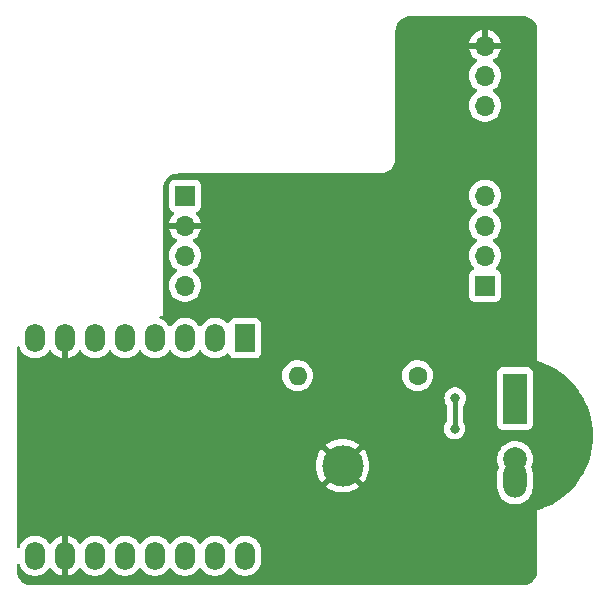
<source format=gbl>
G04 #@! TF.GenerationSoftware,KiCad,Pcbnew,8.0.2*
G04 #@! TF.CreationDate,2024-05-19T16:48:41+02:00*
G04 #@! TF.ProjectId,BulkyModem Module Audio,42756c6b-794d-46f6-9465-6d204d6f6475,rev?*
G04 #@! TF.SameCoordinates,Original*
G04 #@! TF.FileFunction,Copper,L2,Bot*
G04 #@! TF.FilePolarity,Positive*
%FSLAX46Y46*%
G04 Gerber Fmt 4.6, Leading zero omitted, Abs format (unit mm)*
G04 Created by KiCad (PCBNEW 8.0.2) date 2024-05-19 16:48:41*
%MOMM*%
%LPD*%
G01*
G04 APERTURE LIST*
G04 #@! TA.AperFunction,ComponentPad*
%ADD10C,3.500000*%
G04 #@! TD*
G04 #@! TA.AperFunction,ComponentPad*
%ADD11R,1.700000X2.400000*%
G04 #@! TD*
G04 #@! TA.AperFunction,ComponentPad*
%ADD12O,1.700000X2.400000*%
G04 #@! TD*
G04 #@! TA.AperFunction,ComponentPad*
%ADD13R,1.700000X1.700000*%
G04 #@! TD*
G04 #@! TA.AperFunction,ComponentPad*
%ADD14O,1.700000X1.700000*%
G04 #@! TD*
G04 #@! TA.AperFunction,ComponentPad*
%ADD15R,2.000000X3.000000*%
G04 #@! TD*
G04 #@! TA.AperFunction,ComponentPad*
%ADD16R,2.000000X2.000000*%
G04 #@! TD*
G04 #@! TA.AperFunction,ComponentPad*
%ADD17C,2.000000*%
G04 #@! TD*
G04 #@! TA.AperFunction,ComponentPad*
%ADD18O,2.000000X3.000000*%
G04 #@! TD*
G04 #@! TA.AperFunction,ComponentPad*
%ADD19C,1.600000*%
G04 #@! TD*
G04 #@! TA.AperFunction,ComponentPad*
%ADD20O,1.600000X1.600000*%
G04 #@! TD*
G04 #@! TA.AperFunction,ViaPad*
%ADD21C,0.800000*%
G04 #@! TD*
G04 #@! TA.AperFunction,Conductor*
%ADD22C,0.381000*%
G04 #@! TD*
G04 APERTURE END LIST*
D10*
X148710000Y-115864000D03*
D11*
X140455000Y-105069000D03*
D12*
X137915000Y-105069000D03*
X135375000Y-105069000D03*
X132835000Y-105069000D03*
X130295000Y-105069000D03*
X127755000Y-105069000D03*
X125215000Y-105069000D03*
X122675000Y-105069000D03*
X122675000Y-123484000D03*
X125215000Y-123484000D03*
X127755000Y-123484000D03*
X130295000Y-123484000D03*
X132835000Y-123484000D03*
X135375000Y-123484000D03*
X137915000Y-123484000D03*
X140455000Y-123484000D03*
D13*
X135375000Y-93004000D03*
D14*
X135375000Y-95544000D03*
X135375000Y-98084000D03*
X135375000Y-100624000D03*
X160775000Y-85384000D03*
X160775000Y-82844000D03*
X160775000Y-80304000D03*
D13*
X160775000Y-100624000D03*
D14*
X160775000Y-98084000D03*
X160775000Y-95544000D03*
X160775000Y-93004000D03*
D15*
X163315000Y-109514000D03*
D16*
X163315000Y-111324000D03*
D17*
X163315000Y-115304000D03*
D18*
X163315000Y-117114000D03*
D19*
X155060000Y-108244000D03*
D20*
X144900000Y-108244000D03*
D21*
X158235000Y-110149000D03*
X158197500Y-112726500D03*
D22*
X158235000Y-112689000D02*
X158235000Y-110149000D01*
X158197500Y-112726500D02*
X158235000Y-112689000D01*
G04 #@! TA.AperFunction,Conductor*
G36*
X163954930Y-77789888D02*
G01*
X164134797Y-77804044D01*
X164154325Y-77807137D01*
X164239627Y-77827616D01*
X164324932Y-77848095D01*
X164343734Y-77854205D01*
X164505827Y-77921346D01*
X164523444Y-77930322D01*
X164673044Y-78021997D01*
X164689040Y-78033619D01*
X164822453Y-78147566D01*
X164836433Y-78161546D01*
X164950380Y-78294959D01*
X164962002Y-78310955D01*
X165053677Y-78460555D01*
X165062653Y-78478172D01*
X165129794Y-78640265D01*
X165135904Y-78659069D01*
X165176862Y-78829674D01*
X165179955Y-78849201D01*
X165194112Y-79029069D01*
X165194500Y-79038956D01*
X165194500Y-106947232D01*
X165193968Y-106950860D01*
X165194468Y-106972861D01*
X165194500Y-106975720D01*
X165194500Y-106984562D01*
X165194758Y-106984820D01*
X165205890Y-106997558D01*
X165206310Y-106998110D01*
X165206535Y-106998297D01*
X165209437Y-106999499D01*
X165209438Y-106999500D01*
X165209439Y-106999500D01*
X165219167Y-107003530D01*
X165235614Y-107006260D01*
X165678401Y-107157473D01*
X165687237Y-107160867D01*
X165867030Y-107237804D01*
X166135336Y-107352617D01*
X166143902Y-107356670D01*
X166576318Y-107581568D01*
X166584538Y-107586245D01*
X166920960Y-107794759D01*
X166998808Y-107843009D01*
X167006668Y-107848299D01*
X167136609Y-107943062D01*
X167400471Y-108135490D01*
X167407915Y-108141360D01*
X167779005Y-108457341D01*
X167785986Y-108463755D01*
X168132262Y-108806735D01*
X168138742Y-108813654D01*
X168458260Y-109181707D01*
X168464201Y-109189095D01*
X168755133Y-109580117D01*
X168760502Y-109587930D01*
X169021220Y-109999732D01*
X169025984Y-110007922D01*
X169255009Y-110438172D01*
X169259138Y-110446686D01*
X169455157Y-110892913D01*
X169458641Y-110901730D01*
X169620562Y-111361452D01*
X169623372Y-111370506D01*
X169750262Y-111841063D01*
X169752385Y-111850302D01*
X169843545Y-112329109D01*
X169844966Y-112338482D01*
X169899866Y-112822759D01*
X169900579Y-112832212D01*
X169918914Y-113319260D01*
X169918914Y-113328740D01*
X169900579Y-113815787D01*
X169899866Y-113825240D01*
X169844966Y-114309517D01*
X169843545Y-114318890D01*
X169752385Y-114797697D01*
X169750262Y-114806936D01*
X169623372Y-115277493D01*
X169620562Y-115286547D01*
X169458641Y-115746269D01*
X169455157Y-115755086D01*
X169259138Y-116201313D01*
X169255004Y-116209837D01*
X169227902Y-116260753D01*
X169025986Y-116640073D01*
X169021220Y-116648267D01*
X168760502Y-117060069D01*
X168755133Y-117067882D01*
X168464201Y-117458904D01*
X168458260Y-117466292D01*
X168138742Y-117834345D01*
X168132262Y-117841264D01*
X167785986Y-118184244D01*
X167779005Y-118190658D01*
X167407915Y-118506639D01*
X167400471Y-118512509D01*
X167006672Y-118799697D01*
X166998808Y-118804990D01*
X166584548Y-119061748D01*
X166576308Y-119066436D01*
X166143905Y-119291327D01*
X166135336Y-119295382D01*
X165687244Y-119487129D01*
X165678395Y-119490528D01*
X165476257Y-119559558D01*
X165235616Y-119641738D01*
X165219169Y-119644469D01*
X165206545Y-119649696D01*
X165206302Y-119649899D01*
X165205883Y-119650450D01*
X165194769Y-119663167D01*
X165194501Y-119663434D01*
X165194500Y-119663438D01*
X165194500Y-119672279D01*
X165194468Y-119675136D01*
X165193967Y-119697198D01*
X165194500Y-119700822D01*
X165194500Y-124749043D01*
X165194112Y-124758930D01*
X165179955Y-124938798D01*
X165176862Y-124958325D01*
X165135904Y-125128930D01*
X165129794Y-125147734D01*
X165062653Y-125309827D01*
X165053677Y-125327444D01*
X164962002Y-125477044D01*
X164950380Y-125493040D01*
X164836433Y-125626453D01*
X164822453Y-125640433D01*
X164689040Y-125754380D01*
X164673044Y-125766002D01*
X164523444Y-125857677D01*
X164505827Y-125866653D01*
X164343734Y-125933794D01*
X164324930Y-125939904D01*
X164154325Y-125980862D01*
X164134798Y-125983955D01*
X163968770Y-125997022D01*
X163954928Y-125998112D01*
X163945044Y-125998500D01*
X122374956Y-125998500D01*
X122365071Y-125998112D01*
X122350111Y-125996934D01*
X122185201Y-125983955D01*
X122165674Y-125980862D01*
X121995069Y-125939904D01*
X121976265Y-125933794D01*
X121814172Y-125866653D01*
X121796555Y-125857677D01*
X121646955Y-125766002D01*
X121630959Y-125754380D01*
X121497546Y-125640433D01*
X121483566Y-125626453D01*
X121369619Y-125493040D01*
X121357997Y-125477044D01*
X121266322Y-125327444D01*
X121257346Y-125309827D01*
X121190205Y-125147734D01*
X121184095Y-125128930D01*
X121143137Y-124958325D01*
X121140044Y-124938797D01*
X121125888Y-124758929D01*
X121125500Y-124749043D01*
X121125500Y-124256860D01*
X121145502Y-124188739D01*
X121199158Y-124142246D01*
X121269432Y-124132142D01*
X121334012Y-124161636D01*
X121371333Y-124217924D01*
X121404999Y-124321541D01*
X121416028Y-124355483D01*
X121513106Y-124546009D01*
X121638794Y-124719004D01*
X121638796Y-124719006D01*
X121638798Y-124719009D01*
X121789990Y-124870201D01*
X121789993Y-124870203D01*
X121789996Y-124870206D01*
X121962991Y-124995894D01*
X122153517Y-125092972D01*
X122356878Y-125159047D01*
X122356879Y-125159047D01*
X122356884Y-125159049D01*
X122568084Y-125192500D01*
X122568087Y-125192500D01*
X122781913Y-125192500D01*
X122781916Y-125192500D01*
X122993116Y-125159049D01*
X123196483Y-125092972D01*
X123387009Y-124995894D01*
X123560004Y-124870206D01*
X123711206Y-124719004D01*
X123836894Y-124546009D01*
X123836902Y-124545992D01*
X123837854Y-124544441D01*
X123838377Y-124543967D01*
X123839804Y-124542004D01*
X123840216Y-124542303D01*
X123890497Y-124496804D01*
X123960537Y-124485189D01*
X124025738Y-124513285D01*
X124050484Y-124541843D01*
X124050624Y-124541742D01*
X124051801Y-124543362D01*
X124052729Y-124544433D01*
X124053535Y-124545749D01*
X124179177Y-124718679D01*
X124330320Y-124869822D01*
X124503249Y-124995463D01*
X124693707Y-125092506D01*
X124693713Y-125092509D01*
X124896998Y-125158560D01*
X124961000Y-125168696D01*
X124961000Y-123914702D01*
X125022007Y-123949925D01*
X125149174Y-123984000D01*
X125280826Y-123984000D01*
X125407993Y-123949925D01*
X125469000Y-123914702D01*
X125469000Y-125168696D01*
X125533001Y-125158560D01*
X125736286Y-125092509D01*
X125736292Y-125092506D01*
X125926750Y-124995463D01*
X126099679Y-124869822D01*
X126250822Y-124718679D01*
X126376460Y-124545754D01*
X126377261Y-124544448D01*
X126377695Y-124544054D01*
X126379376Y-124541742D01*
X126379861Y-124542094D01*
X126429900Y-124496807D01*
X126499940Y-124485188D01*
X126565142Y-124513280D01*
X126590097Y-124542075D01*
X126590196Y-124542004D01*
X126591025Y-124543145D01*
X126592136Y-124544427D01*
X126593103Y-124546006D01*
X126668518Y-124649806D01*
X126718794Y-124719004D01*
X126718796Y-124719006D01*
X126718798Y-124719009D01*
X126869990Y-124870201D01*
X126869993Y-124870203D01*
X126869996Y-124870206D01*
X127042991Y-124995894D01*
X127233517Y-125092972D01*
X127436878Y-125159047D01*
X127436879Y-125159047D01*
X127436884Y-125159049D01*
X127648084Y-125192500D01*
X127648087Y-125192500D01*
X127861913Y-125192500D01*
X127861916Y-125192500D01*
X128073116Y-125159049D01*
X128276483Y-125092972D01*
X128467009Y-124995894D01*
X128640004Y-124870206D01*
X128791206Y-124719004D01*
X128916894Y-124546009D01*
X128916899Y-124545997D01*
X128917561Y-124544920D01*
X128917924Y-124544591D01*
X128919804Y-124542004D01*
X128920347Y-124542398D01*
X128970204Y-124497283D01*
X129040244Y-124485670D01*
X129105445Y-124513766D01*
X129130021Y-124542130D01*
X129130196Y-124542004D01*
X129131668Y-124544030D01*
X129132439Y-124544920D01*
X129133104Y-124546006D01*
X129133106Y-124546009D01*
X129258794Y-124719004D01*
X129258796Y-124719006D01*
X129258798Y-124719009D01*
X129409990Y-124870201D01*
X129409993Y-124870203D01*
X129409996Y-124870206D01*
X129582991Y-124995894D01*
X129773517Y-125092972D01*
X129976878Y-125159047D01*
X129976879Y-125159047D01*
X129976884Y-125159049D01*
X130188084Y-125192500D01*
X130188087Y-125192500D01*
X130401913Y-125192500D01*
X130401916Y-125192500D01*
X130613116Y-125159049D01*
X130816483Y-125092972D01*
X131007009Y-124995894D01*
X131180004Y-124870206D01*
X131331206Y-124719004D01*
X131456894Y-124546009D01*
X131456899Y-124545997D01*
X131457561Y-124544920D01*
X131457924Y-124544591D01*
X131459804Y-124542004D01*
X131460347Y-124542398D01*
X131510204Y-124497283D01*
X131580244Y-124485670D01*
X131645445Y-124513766D01*
X131670021Y-124542130D01*
X131670196Y-124542004D01*
X131671668Y-124544030D01*
X131672439Y-124544920D01*
X131673104Y-124546006D01*
X131673106Y-124546009D01*
X131798794Y-124719004D01*
X131798796Y-124719006D01*
X131798798Y-124719009D01*
X131949990Y-124870201D01*
X131949993Y-124870203D01*
X131949996Y-124870206D01*
X132122991Y-124995894D01*
X132313517Y-125092972D01*
X132516878Y-125159047D01*
X132516879Y-125159047D01*
X132516884Y-125159049D01*
X132728084Y-125192500D01*
X132728087Y-125192500D01*
X132941913Y-125192500D01*
X132941916Y-125192500D01*
X133153116Y-125159049D01*
X133356483Y-125092972D01*
X133547009Y-124995894D01*
X133720004Y-124870206D01*
X133871206Y-124719004D01*
X133996894Y-124546009D01*
X133996899Y-124545997D01*
X133997561Y-124544920D01*
X133997924Y-124544591D01*
X133999804Y-124542004D01*
X134000347Y-124542398D01*
X134050204Y-124497283D01*
X134120244Y-124485670D01*
X134185445Y-124513766D01*
X134210021Y-124542130D01*
X134210196Y-124542004D01*
X134211668Y-124544030D01*
X134212439Y-124544920D01*
X134213104Y-124546006D01*
X134213106Y-124546009D01*
X134338794Y-124719004D01*
X134338796Y-124719006D01*
X134338798Y-124719009D01*
X134489990Y-124870201D01*
X134489993Y-124870203D01*
X134489996Y-124870206D01*
X134662991Y-124995894D01*
X134853517Y-125092972D01*
X135056878Y-125159047D01*
X135056879Y-125159047D01*
X135056884Y-125159049D01*
X135268084Y-125192500D01*
X135268087Y-125192500D01*
X135481913Y-125192500D01*
X135481916Y-125192500D01*
X135693116Y-125159049D01*
X135896483Y-125092972D01*
X136087009Y-124995894D01*
X136260004Y-124870206D01*
X136411206Y-124719004D01*
X136536894Y-124546009D01*
X136536899Y-124545997D01*
X136537561Y-124544920D01*
X136537924Y-124544591D01*
X136539804Y-124542004D01*
X136540347Y-124542398D01*
X136590204Y-124497283D01*
X136660244Y-124485670D01*
X136725445Y-124513766D01*
X136750021Y-124542130D01*
X136750196Y-124542004D01*
X136751668Y-124544030D01*
X136752439Y-124544920D01*
X136753104Y-124546006D01*
X136753106Y-124546009D01*
X136878794Y-124719004D01*
X136878796Y-124719006D01*
X136878798Y-124719009D01*
X137029990Y-124870201D01*
X137029993Y-124870203D01*
X137029996Y-124870206D01*
X137202991Y-124995894D01*
X137393517Y-125092972D01*
X137596878Y-125159047D01*
X137596879Y-125159047D01*
X137596884Y-125159049D01*
X137808084Y-125192500D01*
X137808087Y-125192500D01*
X138021913Y-125192500D01*
X138021916Y-125192500D01*
X138233116Y-125159049D01*
X138436483Y-125092972D01*
X138627009Y-124995894D01*
X138800004Y-124870206D01*
X138951206Y-124719004D01*
X139076894Y-124546009D01*
X139076899Y-124545997D01*
X139077561Y-124544920D01*
X139077924Y-124544591D01*
X139079804Y-124542004D01*
X139080347Y-124542398D01*
X139130204Y-124497283D01*
X139200244Y-124485670D01*
X139265445Y-124513766D01*
X139290021Y-124542130D01*
X139290196Y-124542004D01*
X139291668Y-124544030D01*
X139292439Y-124544920D01*
X139293104Y-124546006D01*
X139293106Y-124546009D01*
X139418794Y-124719004D01*
X139418796Y-124719006D01*
X139418798Y-124719009D01*
X139569990Y-124870201D01*
X139569993Y-124870203D01*
X139569996Y-124870206D01*
X139742991Y-124995894D01*
X139933517Y-125092972D01*
X140136878Y-125159047D01*
X140136879Y-125159047D01*
X140136884Y-125159049D01*
X140348084Y-125192500D01*
X140348087Y-125192500D01*
X140561913Y-125192500D01*
X140561916Y-125192500D01*
X140773116Y-125159049D01*
X140976483Y-125092972D01*
X141167009Y-124995894D01*
X141340004Y-124870206D01*
X141491206Y-124719004D01*
X141616894Y-124546009D01*
X141713972Y-124355483D01*
X141780049Y-124152116D01*
X141813500Y-123940916D01*
X141813500Y-123027084D01*
X141780049Y-122815884D01*
X141713972Y-122612517D01*
X141616894Y-122421991D01*
X141491206Y-122248996D01*
X141491203Y-122248993D01*
X141491201Y-122248990D01*
X141340009Y-122097798D01*
X141340006Y-122097796D01*
X141340004Y-122097794D01*
X141167009Y-121972106D01*
X140976483Y-121875028D01*
X140976480Y-121875027D01*
X140976478Y-121875026D01*
X140773120Y-121808952D01*
X140773123Y-121808952D01*
X140712195Y-121799302D01*
X140561916Y-121775500D01*
X140348084Y-121775500D01*
X140136884Y-121808951D01*
X140136878Y-121808952D01*
X139933521Y-121875026D01*
X139933515Y-121875029D01*
X139742987Y-121972108D01*
X139569993Y-122097796D01*
X139569990Y-122097798D01*
X139418798Y-122248990D01*
X139418796Y-122248993D01*
X139293108Y-122421987D01*
X139292434Y-122423088D01*
X139292068Y-122423418D01*
X139290196Y-122425996D01*
X139289654Y-122425602D01*
X139239787Y-122470721D01*
X139169745Y-122482328D01*
X139104547Y-122454226D01*
X139079976Y-122425870D01*
X139079804Y-122425996D01*
X139078341Y-122423982D01*
X139077566Y-122423088D01*
X139076896Y-122421996D01*
X139076894Y-122421991D01*
X138951206Y-122248996D01*
X138951203Y-122248993D01*
X138951201Y-122248990D01*
X138800009Y-122097798D01*
X138800006Y-122097796D01*
X138800004Y-122097794D01*
X138627009Y-121972106D01*
X138436483Y-121875028D01*
X138436480Y-121875027D01*
X138436478Y-121875026D01*
X138233120Y-121808952D01*
X138233123Y-121808952D01*
X138172195Y-121799302D01*
X138021916Y-121775500D01*
X137808084Y-121775500D01*
X137596884Y-121808951D01*
X137596878Y-121808952D01*
X137393521Y-121875026D01*
X137393515Y-121875029D01*
X137202987Y-121972108D01*
X137029993Y-122097796D01*
X137029990Y-122097798D01*
X136878798Y-122248990D01*
X136878796Y-122248993D01*
X136753108Y-122421987D01*
X136752434Y-122423088D01*
X136752068Y-122423418D01*
X136750196Y-122425996D01*
X136749654Y-122425602D01*
X136699787Y-122470721D01*
X136629745Y-122482328D01*
X136564547Y-122454226D01*
X136539976Y-122425870D01*
X136539804Y-122425996D01*
X136538341Y-122423982D01*
X136537566Y-122423088D01*
X136536896Y-122421996D01*
X136536894Y-122421991D01*
X136411206Y-122248996D01*
X136411203Y-122248993D01*
X136411201Y-122248990D01*
X136260009Y-122097798D01*
X136260006Y-122097796D01*
X136260004Y-122097794D01*
X136087009Y-121972106D01*
X135896483Y-121875028D01*
X135896480Y-121875027D01*
X135896478Y-121875026D01*
X135693120Y-121808952D01*
X135693123Y-121808952D01*
X135632195Y-121799302D01*
X135481916Y-121775500D01*
X135268084Y-121775500D01*
X135056884Y-121808951D01*
X135056878Y-121808952D01*
X134853521Y-121875026D01*
X134853515Y-121875029D01*
X134662987Y-121972108D01*
X134489993Y-122097796D01*
X134489990Y-122097798D01*
X134338798Y-122248990D01*
X134338796Y-122248993D01*
X134213108Y-122421987D01*
X134212434Y-122423088D01*
X134212068Y-122423418D01*
X134210196Y-122425996D01*
X134209654Y-122425602D01*
X134159787Y-122470721D01*
X134089745Y-122482328D01*
X134024547Y-122454226D01*
X133999976Y-122425870D01*
X133999804Y-122425996D01*
X133998341Y-122423982D01*
X133997566Y-122423088D01*
X133996896Y-122421996D01*
X133996894Y-122421991D01*
X133871206Y-122248996D01*
X133871203Y-122248993D01*
X133871201Y-122248990D01*
X133720009Y-122097798D01*
X133720006Y-122097796D01*
X133720004Y-122097794D01*
X133547009Y-121972106D01*
X133356483Y-121875028D01*
X133356480Y-121875027D01*
X133356478Y-121875026D01*
X133153120Y-121808952D01*
X133153123Y-121808952D01*
X133092195Y-121799302D01*
X132941916Y-121775500D01*
X132728084Y-121775500D01*
X132516884Y-121808951D01*
X132516878Y-121808952D01*
X132313521Y-121875026D01*
X132313515Y-121875029D01*
X132122987Y-121972108D01*
X131949993Y-122097796D01*
X131949990Y-122097798D01*
X131798798Y-122248990D01*
X131798796Y-122248993D01*
X131673108Y-122421987D01*
X131672434Y-122423088D01*
X131672068Y-122423418D01*
X131670196Y-122425996D01*
X131669654Y-122425602D01*
X131619787Y-122470721D01*
X131549745Y-122482328D01*
X131484547Y-122454226D01*
X131459976Y-122425870D01*
X131459804Y-122425996D01*
X131458341Y-122423982D01*
X131457566Y-122423088D01*
X131456896Y-122421996D01*
X131456894Y-122421991D01*
X131331206Y-122248996D01*
X131331203Y-122248993D01*
X131331201Y-122248990D01*
X131180009Y-122097798D01*
X131180006Y-122097796D01*
X131180004Y-122097794D01*
X131007009Y-121972106D01*
X130816483Y-121875028D01*
X130816480Y-121875027D01*
X130816478Y-121875026D01*
X130613120Y-121808952D01*
X130613123Y-121808952D01*
X130552195Y-121799302D01*
X130401916Y-121775500D01*
X130188084Y-121775500D01*
X129976884Y-121808951D01*
X129976878Y-121808952D01*
X129773521Y-121875026D01*
X129773515Y-121875029D01*
X129582987Y-121972108D01*
X129409993Y-122097796D01*
X129409990Y-122097798D01*
X129258798Y-122248990D01*
X129258796Y-122248993D01*
X129133108Y-122421987D01*
X129132434Y-122423088D01*
X129132068Y-122423418D01*
X129130196Y-122425996D01*
X129129654Y-122425602D01*
X129079787Y-122470721D01*
X129009745Y-122482328D01*
X128944547Y-122454226D01*
X128919976Y-122425870D01*
X128919804Y-122425996D01*
X128918341Y-122423982D01*
X128917566Y-122423088D01*
X128916896Y-122421996D01*
X128916894Y-122421991D01*
X128791206Y-122248996D01*
X128791203Y-122248993D01*
X128791201Y-122248990D01*
X128640009Y-122097798D01*
X128640006Y-122097796D01*
X128640004Y-122097794D01*
X128467009Y-121972106D01*
X128276483Y-121875028D01*
X128276480Y-121875027D01*
X128276478Y-121875026D01*
X128073120Y-121808952D01*
X128073123Y-121808952D01*
X128012195Y-121799302D01*
X127861916Y-121775500D01*
X127648084Y-121775500D01*
X127436884Y-121808951D01*
X127436878Y-121808952D01*
X127233521Y-121875026D01*
X127233515Y-121875029D01*
X127042987Y-121972108D01*
X126869993Y-122097796D01*
X126869990Y-122097798D01*
X126718798Y-122248990D01*
X126718796Y-122248993D01*
X126593100Y-122421998D01*
X126592131Y-122423580D01*
X126591606Y-122424054D01*
X126590196Y-122425996D01*
X126589787Y-122425699D01*
X126539479Y-122471206D01*
X126469437Y-122482807D01*
X126404242Y-122454697D01*
X126379515Y-122426156D01*
X126379376Y-122426258D01*
X126378194Y-122424631D01*
X126377266Y-122423560D01*
X126376460Y-122422244D01*
X126250822Y-122249320D01*
X126099679Y-122098177D01*
X125926750Y-121972536D01*
X125736292Y-121875493D01*
X125736286Y-121875490D01*
X125533004Y-121809440D01*
X125469000Y-121799302D01*
X125469000Y-123053297D01*
X125407993Y-123018075D01*
X125280826Y-122984000D01*
X125149174Y-122984000D01*
X125022007Y-123018075D01*
X124961000Y-123053297D01*
X124961000Y-121799302D01*
X124896995Y-121809440D01*
X124693713Y-121875490D01*
X124693707Y-121875493D01*
X124503249Y-121972536D01*
X124330320Y-122098177D01*
X124179177Y-122249320D01*
X124053532Y-122422255D01*
X124052724Y-122423574D01*
X124052286Y-122423969D01*
X124050624Y-122426258D01*
X124050143Y-122425908D01*
X124000075Y-122471203D01*
X123930033Y-122482807D01*
X123864836Y-122454702D01*
X123839901Y-122425924D01*
X123839804Y-122425996D01*
X123838975Y-122424855D01*
X123837859Y-122423567D01*
X123836899Y-122422001D01*
X123836894Y-122421991D01*
X123711206Y-122248996D01*
X123711203Y-122248993D01*
X123711201Y-122248990D01*
X123560009Y-122097798D01*
X123560006Y-122097796D01*
X123560004Y-122097794D01*
X123387009Y-121972106D01*
X123196483Y-121875028D01*
X123196480Y-121875027D01*
X123196478Y-121875026D01*
X122993120Y-121808952D01*
X122993123Y-121808952D01*
X122932195Y-121799302D01*
X122781916Y-121775500D01*
X122568084Y-121775500D01*
X122356884Y-121808951D01*
X122356878Y-121808952D01*
X122153521Y-121875026D01*
X122153515Y-121875029D01*
X121962987Y-121972108D01*
X121789993Y-122097796D01*
X121789990Y-122097798D01*
X121638798Y-122248990D01*
X121638796Y-122248993D01*
X121513108Y-122421987D01*
X121416029Y-122612515D01*
X121416026Y-122612521D01*
X121371333Y-122750075D01*
X121331260Y-122808681D01*
X121265863Y-122836318D01*
X121195906Y-122824211D01*
X121143600Y-122776205D01*
X121125500Y-122711139D01*
X121125500Y-115863996D01*
X146447155Y-115863996D01*
X146447155Y-115864003D01*
X146466513Y-116159356D01*
X146466515Y-116159370D01*
X146524260Y-116449665D01*
X146524262Y-116449675D01*
X146619401Y-116729945D01*
X146619407Y-116729959D01*
X146750317Y-116995420D01*
X146914763Y-117241532D01*
X146914766Y-117241536D01*
X146942092Y-117272695D01*
X146942094Y-117272695D01*
X147467777Y-116747011D01*
X147547558Y-116856820D01*
X147717180Y-117026442D01*
X147826986Y-117106221D01*
X147301303Y-117631904D01*
X147301303Y-117631906D01*
X147332463Y-117659233D01*
X147332467Y-117659236D01*
X147578579Y-117823682D01*
X147844040Y-117954592D01*
X147844054Y-117954598D01*
X148124324Y-118049737D01*
X148124334Y-118049739D01*
X148414629Y-118107484D01*
X148414643Y-118107486D01*
X148709997Y-118126845D01*
X148710003Y-118126845D01*
X149005356Y-118107486D01*
X149005370Y-118107484D01*
X149295665Y-118049739D01*
X149295675Y-118049737D01*
X149575945Y-117954598D01*
X149575959Y-117954592D01*
X149841420Y-117823682D01*
X150087531Y-117659236D01*
X150118695Y-117631906D01*
X150118695Y-117631904D01*
X149593012Y-117106221D01*
X149702820Y-117026442D01*
X149872442Y-116856820D01*
X149952221Y-116747012D01*
X150477904Y-117272695D01*
X150477906Y-117272695D01*
X150505236Y-117241531D01*
X150669682Y-116995420D01*
X150800592Y-116729959D01*
X150800598Y-116729945D01*
X150895737Y-116449675D01*
X150895739Y-116449665D01*
X150953484Y-116159370D01*
X150953486Y-116159356D01*
X150972845Y-115864003D01*
X150972845Y-115863996D01*
X150953486Y-115568643D01*
X150953484Y-115568629D01*
X150900844Y-115304000D01*
X161801835Y-115304000D01*
X161820465Y-115540711D01*
X161869285Y-115744059D01*
X161875895Y-115771593D01*
X161875895Y-115771595D01*
X161932273Y-115907705D01*
X161939862Y-115978295D01*
X161928132Y-116013122D01*
X161917019Y-116034932D01*
X161843645Y-116260753D01*
X161843644Y-116260758D01*
X161843644Y-116260759D01*
X161806500Y-116495278D01*
X161806500Y-117732722D01*
X161841641Y-117954592D01*
X161843645Y-117967246D01*
X161917016Y-118193058D01*
X161917018Y-118193063D01*
X162024815Y-118404627D01*
X162164380Y-118596722D01*
X162164382Y-118596724D01*
X162164384Y-118596727D01*
X162332272Y-118764615D01*
X162332275Y-118764617D01*
X162332278Y-118764620D01*
X162524373Y-118904185D01*
X162735937Y-119011982D01*
X162961759Y-119085356D01*
X163196278Y-119122500D01*
X163196281Y-119122500D01*
X163433719Y-119122500D01*
X163433722Y-119122500D01*
X163668241Y-119085356D01*
X163894063Y-119011982D01*
X164105627Y-118904185D01*
X164297722Y-118764620D01*
X164465620Y-118596722D01*
X164605185Y-118404627D01*
X164712982Y-118193063D01*
X164786356Y-117967241D01*
X164823500Y-117732722D01*
X164823500Y-116495278D01*
X164786356Y-116260759D01*
X164712982Y-116034937D01*
X164701867Y-116013122D01*
X164688763Y-115943351D01*
X164697725Y-115907705D01*
X164754105Y-115771594D01*
X164809535Y-115540711D01*
X164828165Y-115304000D01*
X164809535Y-115067289D01*
X164754105Y-114836406D01*
X164663240Y-114617037D01*
X164539176Y-114414584D01*
X164507525Y-114377525D01*
X164384969Y-114234030D01*
X164204419Y-114079826D01*
X164204417Y-114079825D01*
X164204416Y-114079824D01*
X164001963Y-113955760D01*
X163782594Y-113864895D01*
X163782592Y-113864894D01*
X163597775Y-113820524D01*
X163551711Y-113809465D01*
X163315000Y-113790835D01*
X163078289Y-113809465D01*
X162847407Y-113864894D01*
X162628038Y-113955759D01*
X162425582Y-114079825D01*
X162425580Y-114079826D01*
X162245030Y-114234030D01*
X162090826Y-114414580D01*
X162090825Y-114414582D01*
X161966759Y-114617038D01*
X161875894Y-114836407D01*
X161837090Y-114998040D01*
X161820465Y-115067289D01*
X161801835Y-115304000D01*
X150900844Y-115304000D01*
X150895739Y-115278334D01*
X150895737Y-115278324D01*
X150800598Y-114998054D01*
X150800592Y-114998040D01*
X150669682Y-114732580D01*
X150505236Y-114486467D01*
X150505233Y-114486463D01*
X150477906Y-114455303D01*
X150477904Y-114455303D01*
X149952220Y-114980986D01*
X149872442Y-114871180D01*
X149702820Y-114701558D01*
X149593011Y-114621777D01*
X150118695Y-114096094D01*
X150118695Y-114096092D01*
X150087536Y-114068766D01*
X150087532Y-114068763D01*
X149841420Y-113904317D01*
X149575959Y-113773407D01*
X149575945Y-113773401D01*
X149295675Y-113678262D01*
X149295665Y-113678260D01*
X149005370Y-113620515D01*
X149005356Y-113620513D01*
X148710003Y-113601155D01*
X148709997Y-113601155D01*
X148414643Y-113620513D01*
X148414629Y-113620515D01*
X148124334Y-113678260D01*
X148124324Y-113678262D01*
X147844054Y-113773401D01*
X147844040Y-113773407D01*
X147578580Y-113904317D01*
X147332465Y-114068765D01*
X147301303Y-114096092D01*
X147301303Y-114096094D01*
X147826987Y-114621778D01*
X147717180Y-114701558D01*
X147547558Y-114871180D01*
X147467778Y-114980987D01*
X146942094Y-114455303D01*
X146942092Y-114455303D01*
X146914765Y-114486465D01*
X146750317Y-114732580D01*
X146619407Y-114998040D01*
X146619401Y-114998054D01*
X146524262Y-115278324D01*
X146524260Y-115278334D01*
X146466515Y-115568629D01*
X146466513Y-115568643D01*
X146447155Y-115863996D01*
X121125500Y-115863996D01*
X121125500Y-112726500D01*
X157283996Y-112726500D01*
X157303957Y-112916427D01*
X157334026Y-113008970D01*
X157362973Y-113098056D01*
X157362976Y-113098061D01*
X157458458Y-113263441D01*
X157458465Y-113263451D01*
X157586244Y-113405364D01*
X157586247Y-113405366D01*
X157740748Y-113517618D01*
X157915212Y-113595294D01*
X158102013Y-113635000D01*
X158292987Y-113635000D01*
X158479788Y-113595294D01*
X158654252Y-113517618D01*
X158808753Y-113405366D01*
X158808755Y-113405364D01*
X158936534Y-113263451D01*
X158936535Y-113263449D01*
X158936540Y-113263444D01*
X159032027Y-113098056D01*
X159091042Y-112916428D01*
X159111004Y-112726500D01*
X159091042Y-112536572D01*
X159032027Y-112354944D01*
X158998073Y-112296134D01*
X158950881Y-112214394D01*
X158934000Y-112151394D01*
X158934000Y-110778779D01*
X158954002Y-110710658D01*
X158966362Y-110694470D01*
X158974040Y-110685944D01*
X159069527Y-110520556D01*
X159128542Y-110338928D01*
X159148504Y-110149000D01*
X159128542Y-109959072D01*
X159069527Y-109777444D01*
X158974040Y-109612056D01*
X158974038Y-109612054D01*
X158974034Y-109612048D01*
X158846255Y-109470135D01*
X158691752Y-109357882D01*
X158517288Y-109280206D01*
X158330487Y-109240500D01*
X158139513Y-109240500D01*
X157952711Y-109280206D01*
X157778247Y-109357882D01*
X157623744Y-109470135D01*
X157495965Y-109612048D01*
X157495958Y-109612058D01*
X157400476Y-109777438D01*
X157400473Y-109777445D01*
X157341457Y-109959072D01*
X157321496Y-110149000D01*
X157341457Y-110338927D01*
X157371526Y-110431470D01*
X157400473Y-110520556D01*
X157400476Y-110520561D01*
X157495958Y-110685942D01*
X157495960Y-110685944D01*
X157503634Y-110694467D01*
X157534353Y-110758473D01*
X157536000Y-110778779D01*
X157536000Y-112055072D01*
X157515998Y-112123193D01*
X157503636Y-112139382D01*
X157458465Y-112189548D01*
X157458458Y-112189558D01*
X157362976Y-112354938D01*
X157362973Y-112354945D01*
X157303957Y-112536572D01*
X157283996Y-112726500D01*
X121125500Y-112726500D01*
X121125500Y-108244000D01*
X143586502Y-108244000D01*
X143606457Y-108472087D01*
X143665716Y-108693243D01*
X143762477Y-108900749D01*
X143893802Y-109088300D01*
X144055700Y-109250198D01*
X144243251Y-109381523D01*
X144450757Y-109478284D01*
X144671913Y-109537543D01*
X144900000Y-109557498D01*
X145128087Y-109537543D01*
X145349243Y-109478284D01*
X145556749Y-109381523D01*
X145744300Y-109250198D01*
X145906198Y-109088300D01*
X146037523Y-108900749D01*
X146134284Y-108693243D01*
X146193543Y-108472087D01*
X146213498Y-108244000D01*
X153746502Y-108244000D01*
X153766457Y-108472087D01*
X153825716Y-108693243D01*
X153922477Y-108900749D01*
X154053802Y-109088300D01*
X154215700Y-109250198D01*
X154403251Y-109381523D01*
X154610757Y-109478284D01*
X154831913Y-109537543D01*
X155060000Y-109557498D01*
X155288087Y-109537543D01*
X155509243Y-109478284D01*
X155716749Y-109381523D01*
X155904300Y-109250198D01*
X156066198Y-109088300D01*
X156197523Y-108900749D01*
X156294284Y-108693243D01*
X156353543Y-108472087D01*
X156373498Y-108244000D01*
X156353543Y-108015913D01*
X156339995Y-107965350D01*
X161806500Y-107965350D01*
X161806500Y-112372649D01*
X161813009Y-112433196D01*
X161813011Y-112433204D01*
X161864110Y-112570202D01*
X161864112Y-112570207D01*
X161951738Y-112687261D01*
X162068792Y-112774887D01*
X162068794Y-112774888D01*
X162068796Y-112774889D01*
X162127875Y-112796924D01*
X162205795Y-112825988D01*
X162205803Y-112825990D01*
X162266350Y-112832499D01*
X162266355Y-112832499D01*
X162266362Y-112832500D01*
X162266368Y-112832500D01*
X164363632Y-112832500D01*
X164363638Y-112832500D01*
X164363645Y-112832499D01*
X164363649Y-112832499D01*
X164424196Y-112825990D01*
X164424199Y-112825989D01*
X164424201Y-112825989D01*
X164561204Y-112774889D01*
X164678261Y-112687261D01*
X164765889Y-112570204D01*
X164816989Y-112433201D01*
X164823500Y-112372638D01*
X164823500Y-110275362D01*
X164823500Y-107965362D01*
X164821103Y-107943062D01*
X164816990Y-107904803D01*
X164816988Y-107904795D01*
X164775945Y-107794757D01*
X164765889Y-107767796D01*
X164765888Y-107767794D01*
X164765887Y-107767792D01*
X164678261Y-107650738D01*
X164561207Y-107563112D01*
X164561202Y-107563110D01*
X164424204Y-107512011D01*
X164424196Y-107512009D01*
X164363649Y-107505500D01*
X164363638Y-107505500D01*
X162266362Y-107505500D01*
X162266350Y-107505500D01*
X162205803Y-107512009D01*
X162205795Y-107512011D01*
X162068797Y-107563110D01*
X162068792Y-107563112D01*
X161951738Y-107650738D01*
X161864112Y-107767792D01*
X161864110Y-107767797D01*
X161813011Y-107904795D01*
X161813009Y-107904803D01*
X161806500Y-107965350D01*
X156339995Y-107965350D01*
X156294284Y-107794757D01*
X156197523Y-107587251D01*
X156066198Y-107399700D01*
X155904300Y-107237802D01*
X155716749Y-107106477D01*
X155509246Y-107009717D01*
X155509240Y-107009715D01*
X155346224Y-106966035D01*
X155288087Y-106950457D01*
X155060000Y-106930502D01*
X154831913Y-106950457D01*
X154610759Y-107009715D01*
X154610753Y-107009717D01*
X154403250Y-107106477D01*
X154215703Y-107237799D01*
X154215697Y-107237804D01*
X154053804Y-107399697D01*
X154053799Y-107399703D01*
X153922477Y-107587250D01*
X153825717Y-107794753D01*
X153825715Y-107794759D01*
X153780005Y-107965350D01*
X153766457Y-108015913D01*
X153746502Y-108244000D01*
X146213498Y-108244000D01*
X146193543Y-108015913D01*
X146134284Y-107794757D01*
X146037523Y-107587251D01*
X145906198Y-107399700D01*
X145744300Y-107237802D01*
X145556749Y-107106477D01*
X145349246Y-107009717D01*
X145349240Y-107009715D01*
X145186224Y-106966035D01*
X145128087Y-106950457D01*
X144900000Y-106930502D01*
X144671913Y-106950457D01*
X144450759Y-107009715D01*
X144450753Y-107009717D01*
X144243250Y-107106477D01*
X144055703Y-107237799D01*
X144055697Y-107237804D01*
X143893804Y-107399697D01*
X143893799Y-107399703D01*
X143762477Y-107587250D01*
X143665717Y-107794753D01*
X143665715Y-107794759D01*
X143620005Y-107965350D01*
X143606457Y-108015913D01*
X143586502Y-108244000D01*
X121125500Y-108244000D01*
X121125500Y-105841860D01*
X121145502Y-105773739D01*
X121199158Y-105727246D01*
X121269432Y-105717142D01*
X121334012Y-105746636D01*
X121371333Y-105802924D01*
X121404999Y-105906541D01*
X121416028Y-105940483D01*
X121513106Y-106131009D01*
X121638794Y-106304004D01*
X121638796Y-106304006D01*
X121638798Y-106304009D01*
X121789990Y-106455201D01*
X121789993Y-106455203D01*
X121789996Y-106455206D01*
X121962991Y-106580894D01*
X122153517Y-106677972D01*
X122356878Y-106744047D01*
X122356879Y-106744047D01*
X122356884Y-106744049D01*
X122568084Y-106777500D01*
X122568087Y-106777500D01*
X122781913Y-106777500D01*
X122781916Y-106777500D01*
X122993116Y-106744049D01*
X123196483Y-106677972D01*
X123387009Y-106580894D01*
X123560004Y-106455206D01*
X123711206Y-106304004D01*
X123836894Y-106131009D01*
X123836902Y-106130992D01*
X123837854Y-106129441D01*
X123838377Y-106128967D01*
X123839804Y-106127004D01*
X123840216Y-106127303D01*
X123890497Y-106081804D01*
X123960537Y-106070189D01*
X124025738Y-106098285D01*
X124050484Y-106126843D01*
X124050624Y-106126742D01*
X124051801Y-106128362D01*
X124052729Y-106129433D01*
X124053535Y-106130749D01*
X124179177Y-106303679D01*
X124330320Y-106454822D01*
X124503249Y-106580463D01*
X124693707Y-106677506D01*
X124693713Y-106677509D01*
X124896998Y-106743560D01*
X124961000Y-106753696D01*
X124961000Y-105499702D01*
X125022007Y-105534925D01*
X125149174Y-105569000D01*
X125280826Y-105569000D01*
X125407993Y-105534925D01*
X125469000Y-105499702D01*
X125469000Y-106753696D01*
X125533001Y-106743560D01*
X125736286Y-106677509D01*
X125736292Y-106677506D01*
X125926750Y-106580463D01*
X126099679Y-106454822D01*
X126250822Y-106303679D01*
X126376460Y-106130754D01*
X126377261Y-106129448D01*
X126377695Y-106129054D01*
X126379376Y-106126742D01*
X126379861Y-106127094D01*
X126429900Y-106081807D01*
X126499940Y-106070188D01*
X126565142Y-106098280D01*
X126590097Y-106127075D01*
X126590196Y-106127004D01*
X126591025Y-106128145D01*
X126592136Y-106129427D01*
X126593103Y-106131006D01*
X126668518Y-106234806D01*
X126718794Y-106304004D01*
X126718796Y-106304006D01*
X126718798Y-106304009D01*
X126869990Y-106455201D01*
X126869993Y-106455203D01*
X126869996Y-106455206D01*
X127042991Y-106580894D01*
X127233517Y-106677972D01*
X127436878Y-106744047D01*
X127436879Y-106744047D01*
X127436884Y-106744049D01*
X127648084Y-106777500D01*
X127648087Y-106777500D01*
X127861913Y-106777500D01*
X127861916Y-106777500D01*
X128073116Y-106744049D01*
X128276483Y-106677972D01*
X128467009Y-106580894D01*
X128640004Y-106455206D01*
X128791206Y-106304004D01*
X128916894Y-106131009D01*
X128916899Y-106130997D01*
X128917561Y-106129920D01*
X128917924Y-106129591D01*
X128919804Y-106127004D01*
X128920347Y-106127398D01*
X128970204Y-106082283D01*
X129040244Y-106070670D01*
X129105445Y-106098766D01*
X129130021Y-106127130D01*
X129130196Y-106127004D01*
X129131668Y-106129030D01*
X129132439Y-106129920D01*
X129133104Y-106131006D01*
X129133106Y-106131009D01*
X129258794Y-106304004D01*
X129258796Y-106304006D01*
X129258798Y-106304009D01*
X129409990Y-106455201D01*
X129409993Y-106455203D01*
X129409996Y-106455206D01*
X129582991Y-106580894D01*
X129773517Y-106677972D01*
X129976878Y-106744047D01*
X129976879Y-106744047D01*
X129976884Y-106744049D01*
X130188084Y-106777500D01*
X130188087Y-106777500D01*
X130401913Y-106777500D01*
X130401916Y-106777500D01*
X130613116Y-106744049D01*
X130816483Y-106677972D01*
X131007009Y-106580894D01*
X131180004Y-106455206D01*
X131331206Y-106304004D01*
X131456894Y-106131009D01*
X131456899Y-106130997D01*
X131457561Y-106129920D01*
X131457924Y-106129591D01*
X131459804Y-106127004D01*
X131460347Y-106127398D01*
X131510204Y-106082283D01*
X131580244Y-106070670D01*
X131645445Y-106098766D01*
X131670021Y-106127130D01*
X131670196Y-106127004D01*
X131671668Y-106129030D01*
X131672439Y-106129920D01*
X131673104Y-106131006D01*
X131673106Y-106131009D01*
X131798794Y-106304004D01*
X131798796Y-106304006D01*
X131798798Y-106304009D01*
X131949990Y-106455201D01*
X131949993Y-106455203D01*
X131949996Y-106455206D01*
X132122991Y-106580894D01*
X132313517Y-106677972D01*
X132516878Y-106744047D01*
X132516879Y-106744047D01*
X132516884Y-106744049D01*
X132728084Y-106777500D01*
X132728087Y-106777500D01*
X132941913Y-106777500D01*
X132941916Y-106777500D01*
X133153116Y-106744049D01*
X133356483Y-106677972D01*
X133547009Y-106580894D01*
X133720004Y-106455206D01*
X133871206Y-106304004D01*
X133996894Y-106131009D01*
X133996899Y-106130997D01*
X133997561Y-106129920D01*
X133997924Y-106129591D01*
X133999804Y-106127004D01*
X134000347Y-106127398D01*
X134050204Y-106082283D01*
X134120244Y-106070670D01*
X134185445Y-106098766D01*
X134210021Y-106127130D01*
X134210196Y-106127004D01*
X134211668Y-106129030D01*
X134212439Y-106129920D01*
X134213104Y-106131006D01*
X134213106Y-106131009D01*
X134338794Y-106304004D01*
X134338796Y-106304006D01*
X134338798Y-106304009D01*
X134489990Y-106455201D01*
X134489993Y-106455203D01*
X134489996Y-106455206D01*
X134662991Y-106580894D01*
X134853517Y-106677972D01*
X135056878Y-106744047D01*
X135056879Y-106744047D01*
X135056884Y-106744049D01*
X135268084Y-106777500D01*
X135268087Y-106777500D01*
X135481913Y-106777500D01*
X135481916Y-106777500D01*
X135693116Y-106744049D01*
X135896483Y-106677972D01*
X136087009Y-106580894D01*
X136260004Y-106455206D01*
X136411206Y-106304004D01*
X136536894Y-106131009D01*
X136536899Y-106130997D01*
X136537561Y-106129920D01*
X136537924Y-106129591D01*
X136539804Y-106127004D01*
X136540347Y-106127398D01*
X136590204Y-106082283D01*
X136660244Y-106070670D01*
X136725445Y-106098766D01*
X136750021Y-106127130D01*
X136750196Y-106127004D01*
X136751668Y-106129030D01*
X136752439Y-106129920D01*
X136753104Y-106131006D01*
X136753106Y-106131009D01*
X136878794Y-106304004D01*
X136878796Y-106304006D01*
X136878798Y-106304009D01*
X137029990Y-106455201D01*
X137029993Y-106455203D01*
X137029996Y-106455206D01*
X137202991Y-106580894D01*
X137393517Y-106677972D01*
X137596878Y-106744047D01*
X137596879Y-106744047D01*
X137596884Y-106744049D01*
X137808084Y-106777500D01*
X137808087Y-106777500D01*
X138021913Y-106777500D01*
X138021916Y-106777500D01*
X138233116Y-106744049D01*
X138436483Y-106677972D01*
X138627009Y-106580894D01*
X138800004Y-106455206D01*
X138902982Y-106352227D01*
X138965292Y-106318204D01*
X139036108Y-106323268D01*
X139092944Y-106365815D01*
X139110131Y-106397291D01*
X139154110Y-106515203D01*
X139154112Y-106515207D01*
X139241738Y-106632261D01*
X139358792Y-106719887D01*
X139358794Y-106719888D01*
X139358796Y-106719889D01*
X139417875Y-106741924D01*
X139495795Y-106770988D01*
X139495803Y-106770990D01*
X139556350Y-106777499D01*
X139556355Y-106777499D01*
X139556362Y-106777500D01*
X139556368Y-106777500D01*
X141353632Y-106777500D01*
X141353638Y-106777500D01*
X141353645Y-106777499D01*
X141353649Y-106777499D01*
X141414196Y-106770990D01*
X141414199Y-106770989D01*
X141414201Y-106770989D01*
X141551204Y-106719889D01*
X141607199Y-106677972D01*
X141668261Y-106632261D01*
X141755887Y-106515207D01*
X141755887Y-106515206D01*
X141755889Y-106515204D01*
X141806989Y-106378201D01*
X141809782Y-106352229D01*
X141813499Y-106317649D01*
X141813500Y-106317632D01*
X141813500Y-103820367D01*
X141813499Y-103820350D01*
X141806990Y-103759803D01*
X141806988Y-103759795D01*
X141755889Y-103622797D01*
X141755887Y-103622792D01*
X141668261Y-103505738D01*
X141551207Y-103418112D01*
X141551202Y-103418110D01*
X141414204Y-103367011D01*
X141414196Y-103367009D01*
X141353649Y-103360500D01*
X141353638Y-103360500D01*
X139556362Y-103360500D01*
X139556350Y-103360500D01*
X139495803Y-103367009D01*
X139495795Y-103367011D01*
X139358797Y-103418110D01*
X139358792Y-103418112D01*
X139241738Y-103505738D01*
X139154112Y-103622792D01*
X139154110Y-103622797D01*
X139110131Y-103740708D01*
X139067584Y-103797544D01*
X139001064Y-103822354D01*
X138931690Y-103807262D01*
X138902981Y-103785770D01*
X138800009Y-103682798D01*
X138800006Y-103682796D01*
X138800004Y-103682794D01*
X138627009Y-103557106D01*
X138436483Y-103460028D01*
X138436480Y-103460027D01*
X138436478Y-103460026D01*
X138233120Y-103393952D01*
X138233123Y-103393952D01*
X138193801Y-103387724D01*
X138021916Y-103360500D01*
X137808084Y-103360500D01*
X137596884Y-103393951D01*
X137596878Y-103393952D01*
X137393521Y-103460026D01*
X137393515Y-103460029D01*
X137202987Y-103557108D01*
X137029993Y-103682796D01*
X137029990Y-103682798D01*
X136878798Y-103833990D01*
X136878796Y-103833993D01*
X136753108Y-104006987D01*
X136752434Y-104008088D01*
X136752068Y-104008418D01*
X136750196Y-104010996D01*
X136749654Y-104010602D01*
X136699787Y-104055721D01*
X136629745Y-104067328D01*
X136564547Y-104039226D01*
X136539976Y-104010870D01*
X136539804Y-104010996D01*
X136538341Y-104008982D01*
X136537566Y-104008088D01*
X136536896Y-104006996D01*
X136536894Y-104006991D01*
X136411206Y-103833996D01*
X136411203Y-103833993D01*
X136411201Y-103833990D01*
X136260009Y-103682798D01*
X136260006Y-103682796D01*
X136260004Y-103682794D01*
X136087009Y-103557106D01*
X135896483Y-103460028D01*
X135896480Y-103460027D01*
X135896478Y-103460026D01*
X135693120Y-103393952D01*
X135693123Y-103393952D01*
X135653801Y-103387724D01*
X135481916Y-103360500D01*
X135268084Y-103360500D01*
X135056884Y-103393951D01*
X135056878Y-103393952D01*
X134853521Y-103460026D01*
X134853515Y-103460029D01*
X134662987Y-103557108D01*
X134489993Y-103682796D01*
X134489990Y-103682798D01*
X134338798Y-103833990D01*
X134338796Y-103833993D01*
X134213108Y-104006987D01*
X134212434Y-104008088D01*
X134212068Y-104008418D01*
X134210196Y-104010996D01*
X134209654Y-104010602D01*
X134159787Y-104055721D01*
X134089745Y-104067328D01*
X134024547Y-104039226D01*
X133999976Y-104010870D01*
X133999804Y-104010996D01*
X133998341Y-104008982D01*
X133997566Y-104008088D01*
X133996896Y-104006996D01*
X133996894Y-104006991D01*
X133871206Y-103833996D01*
X133871203Y-103833993D01*
X133871201Y-103833990D01*
X133720009Y-103682798D01*
X133720006Y-103682796D01*
X133720004Y-103682794D01*
X133547009Y-103557106D01*
X133356483Y-103460028D01*
X133356480Y-103460027D01*
X133356478Y-103460026D01*
X133304046Y-103442990D01*
X133280477Y-103435332D01*
X133221872Y-103395260D01*
X133194235Y-103329863D01*
X133206342Y-103259906D01*
X133254348Y-103207600D01*
X133319414Y-103189500D01*
X133480562Y-103189500D01*
X133495500Y-103174562D01*
X133495500Y-98084000D01*
X134011844Y-98084000D01*
X134030437Y-98308375D01*
X134085702Y-98526612D01*
X134085703Y-98526613D01*
X134176141Y-98732793D01*
X134299275Y-98921265D01*
X134299279Y-98921270D01*
X134451762Y-99086908D01*
X134506331Y-99129381D01*
X134629424Y-99225189D01*
X134662680Y-99243186D01*
X134713071Y-99293200D01*
X134728423Y-99362516D01*
X134703862Y-99429129D01*
X134662680Y-99464813D01*
X134629426Y-99482810D01*
X134629424Y-99482811D01*
X134451762Y-99621091D01*
X134299279Y-99786729D01*
X134299275Y-99786734D01*
X134176141Y-99975206D01*
X134085703Y-100181386D01*
X134085702Y-100181387D01*
X134030437Y-100399624D01*
X134011844Y-100624000D01*
X134030437Y-100848375D01*
X134085702Y-101066612D01*
X134085703Y-101066613D01*
X134176141Y-101272793D01*
X134299275Y-101461265D01*
X134299279Y-101461270D01*
X134451762Y-101626908D01*
X134506331Y-101669381D01*
X134629424Y-101765189D01*
X134827426Y-101872342D01*
X134827427Y-101872342D01*
X134827428Y-101872343D01*
X134939227Y-101910723D01*
X135040365Y-101945444D01*
X135262431Y-101982500D01*
X135262435Y-101982500D01*
X135487565Y-101982500D01*
X135487569Y-101982500D01*
X135709635Y-101945444D01*
X135922574Y-101872342D01*
X136120576Y-101765189D01*
X136298240Y-101626906D01*
X136450722Y-101461268D01*
X136573860Y-101272791D01*
X136664296Y-101066616D01*
X136719564Y-100848368D01*
X136738156Y-100624000D01*
X136719564Y-100399632D01*
X136664296Y-100181384D01*
X136573860Y-99975209D01*
X136567140Y-99964924D01*
X136450724Y-99786734D01*
X136450720Y-99786729D01*
X136298237Y-99621091D01*
X136178367Y-99527792D01*
X136120576Y-99482811D01*
X136087319Y-99464813D01*
X136036929Y-99414802D01*
X136021576Y-99345485D01*
X136046136Y-99278872D01*
X136087320Y-99243186D01*
X136120576Y-99225189D01*
X136298240Y-99086906D01*
X136450722Y-98921268D01*
X136573860Y-98732791D01*
X136664296Y-98526616D01*
X136719564Y-98308368D01*
X136738156Y-98084000D01*
X136719564Y-97859632D01*
X136664296Y-97641384D01*
X136573860Y-97435209D01*
X136567140Y-97424924D01*
X136450724Y-97246734D01*
X136450720Y-97246729D01*
X136298237Y-97081091D01*
X136216382Y-97017381D01*
X136120576Y-96942811D01*
X136086792Y-96924528D01*
X136036402Y-96874516D01*
X136021050Y-96805199D01*
X136045610Y-96738586D01*
X136086793Y-96702901D01*
X136120300Y-96684767D01*
X136120301Y-96684767D01*
X136297902Y-96546534D01*
X136450325Y-96380958D01*
X136573419Y-96192548D01*
X136663820Y-95986456D01*
X136663823Y-95986449D01*
X136711544Y-95798000D01*
X135805703Y-95798000D01*
X135840925Y-95736993D01*
X135875000Y-95609826D01*
X135875000Y-95478174D01*
X135840925Y-95351007D01*
X135805703Y-95290000D01*
X136711544Y-95290000D01*
X136711544Y-95289999D01*
X136663823Y-95101550D01*
X136663820Y-95101543D01*
X136573419Y-94895451D01*
X136450325Y-94707041D01*
X136307018Y-94551367D01*
X136275598Y-94487702D01*
X136283585Y-94417156D01*
X136328444Y-94362127D01*
X136355679Y-94347977D01*
X136471204Y-94304889D01*
X136588261Y-94217261D01*
X136675889Y-94100204D01*
X136726989Y-93963201D01*
X136733500Y-93902638D01*
X136733500Y-93004000D01*
X159411844Y-93004000D01*
X159430437Y-93228375D01*
X159485702Y-93446612D01*
X159485703Y-93446613D01*
X159576141Y-93652793D01*
X159699275Y-93841265D01*
X159699279Y-93841270D01*
X159851762Y-94006908D01*
X159906331Y-94049381D01*
X160029424Y-94145189D01*
X160062680Y-94163186D01*
X160113071Y-94213200D01*
X160128423Y-94282516D01*
X160103862Y-94349129D01*
X160062680Y-94384813D01*
X160029426Y-94402810D01*
X160029424Y-94402811D01*
X159851762Y-94541091D01*
X159699279Y-94706729D01*
X159699275Y-94706734D01*
X159576141Y-94895206D01*
X159485703Y-95101386D01*
X159485702Y-95101387D01*
X159430437Y-95319624D01*
X159430436Y-95319630D01*
X159430436Y-95319632D01*
X159411844Y-95544000D01*
X159427836Y-95736993D01*
X159430437Y-95768375D01*
X159485702Y-95986612D01*
X159485703Y-95986613D01*
X159485704Y-95986616D01*
X159576140Y-96192791D01*
X159576141Y-96192793D01*
X159699275Y-96381265D01*
X159699279Y-96381270D01*
X159851762Y-96546908D01*
X159906331Y-96589381D01*
X160029424Y-96685189D01*
X160062153Y-96702901D01*
X160062680Y-96703186D01*
X160113071Y-96753200D01*
X160128423Y-96822516D01*
X160103862Y-96889129D01*
X160062680Y-96924813D01*
X160029426Y-96942810D01*
X160029424Y-96942811D01*
X159851762Y-97081091D01*
X159699279Y-97246729D01*
X159699275Y-97246734D01*
X159576141Y-97435206D01*
X159485703Y-97641386D01*
X159485702Y-97641387D01*
X159430437Y-97859624D01*
X159411844Y-98084000D01*
X159430437Y-98308375D01*
X159485702Y-98526612D01*
X159485703Y-98526613D01*
X159576141Y-98732793D01*
X159699275Y-98921265D01*
X159699280Y-98921270D01*
X159842475Y-99076820D01*
X159873896Y-99140485D01*
X159865909Y-99211031D01*
X159821051Y-99266060D01*
X159793807Y-99280213D01*
X159678797Y-99323110D01*
X159678792Y-99323112D01*
X159561738Y-99410738D01*
X159474112Y-99527792D01*
X159474110Y-99527797D01*
X159423011Y-99664795D01*
X159423009Y-99664803D01*
X159416500Y-99725350D01*
X159416500Y-101522649D01*
X159423009Y-101583196D01*
X159423011Y-101583204D01*
X159474110Y-101720202D01*
X159474112Y-101720207D01*
X159561738Y-101837261D01*
X159678792Y-101924887D01*
X159678794Y-101924888D01*
X159678796Y-101924889D01*
X159733900Y-101945442D01*
X159815795Y-101975988D01*
X159815803Y-101975990D01*
X159876350Y-101982499D01*
X159876355Y-101982499D01*
X159876362Y-101982500D01*
X159876368Y-101982500D01*
X161673632Y-101982500D01*
X161673638Y-101982500D01*
X161673645Y-101982499D01*
X161673649Y-101982499D01*
X161734196Y-101975990D01*
X161734199Y-101975989D01*
X161734201Y-101975989D01*
X161871204Y-101924889D01*
X161941399Y-101872342D01*
X161988261Y-101837261D01*
X162075887Y-101720207D01*
X162075887Y-101720206D01*
X162075889Y-101720204D01*
X162126989Y-101583201D01*
X162133500Y-101522638D01*
X162133500Y-99725362D01*
X162133499Y-99725350D01*
X162126990Y-99664803D01*
X162126988Y-99664795D01*
X162075889Y-99527797D01*
X162075887Y-99527792D01*
X161988261Y-99410738D01*
X161871207Y-99323112D01*
X161871203Y-99323110D01*
X161756192Y-99280213D01*
X161699356Y-99237667D01*
X161674546Y-99171146D01*
X161689638Y-99101772D01*
X161707525Y-99076820D01*
X161850714Y-98921277D01*
X161850724Y-98921265D01*
X161857441Y-98910983D01*
X161973860Y-98732791D01*
X162064296Y-98526616D01*
X162119564Y-98308368D01*
X162138156Y-98084000D01*
X162119564Y-97859632D01*
X162064296Y-97641384D01*
X161973860Y-97435209D01*
X161967140Y-97424924D01*
X161850724Y-97246734D01*
X161850720Y-97246729D01*
X161698237Y-97081091D01*
X161616382Y-97017381D01*
X161520576Y-96942811D01*
X161487319Y-96924813D01*
X161436929Y-96874802D01*
X161421576Y-96805485D01*
X161446136Y-96738872D01*
X161487320Y-96703186D01*
X161487847Y-96702901D01*
X161520576Y-96685189D01*
X161698240Y-96546906D01*
X161850722Y-96381268D01*
X161973860Y-96192791D01*
X162064296Y-95986616D01*
X162119564Y-95768368D01*
X162138156Y-95544000D01*
X162119564Y-95319632D01*
X162064338Y-95101550D01*
X162064297Y-95101387D01*
X162064296Y-95101386D01*
X162064296Y-95101384D01*
X161973860Y-94895209D01*
X161967140Y-94884924D01*
X161850724Y-94706734D01*
X161850720Y-94706729D01*
X161698237Y-94541091D01*
X161590251Y-94457042D01*
X161520576Y-94402811D01*
X161487319Y-94384813D01*
X161436929Y-94334802D01*
X161421576Y-94265485D01*
X161446136Y-94198872D01*
X161487320Y-94163186D01*
X161520576Y-94145189D01*
X161698240Y-94006906D01*
X161850722Y-93841268D01*
X161973860Y-93652791D01*
X162064296Y-93446616D01*
X162119564Y-93228368D01*
X162138156Y-93004000D01*
X162119564Y-92779632D01*
X162064296Y-92561384D01*
X161973860Y-92355209D01*
X161855678Y-92174317D01*
X161850724Y-92166734D01*
X161850720Y-92166729D01*
X161698237Y-92001091D01*
X161578367Y-91907792D01*
X161520576Y-91862811D01*
X161322574Y-91755658D01*
X161322572Y-91755657D01*
X161322571Y-91755656D01*
X161109639Y-91682557D01*
X161109630Y-91682555D01*
X161065476Y-91675187D01*
X160887569Y-91645500D01*
X160662431Y-91645500D01*
X160514211Y-91670233D01*
X160440369Y-91682555D01*
X160440360Y-91682557D01*
X160227428Y-91755656D01*
X160227426Y-91755658D01*
X160029426Y-91862810D01*
X160029424Y-91862811D01*
X159851762Y-92001091D01*
X159699279Y-92166729D01*
X159699275Y-92166734D01*
X159576141Y-92355206D01*
X159485703Y-92561386D01*
X159485702Y-92561387D01*
X159430437Y-92779624D01*
X159411844Y-93004000D01*
X136733500Y-93004000D01*
X136733500Y-92105362D01*
X136733499Y-92105350D01*
X136726990Y-92044803D01*
X136726988Y-92044795D01*
X136675889Y-91907797D01*
X136675887Y-91907792D01*
X136588261Y-91790738D01*
X136471207Y-91703112D01*
X136471202Y-91703110D01*
X136334204Y-91652011D01*
X136334196Y-91652009D01*
X136273649Y-91645500D01*
X136273638Y-91645500D01*
X134476362Y-91645500D01*
X134476350Y-91645500D01*
X134415803Y-91652009D01*
X134415795Y-91652011D01*
X134278797Y-91703110D01*
X134278792Y-91703112D01*
X134161738Y-91790738D01*
X134074112Y-91907792D01*
X134074110Y-91907797D01*
X134023011Y-92044795D01*
X134023009Y-92044803D01*
X134016500Y-92105350D01*
X134016500Y-93902649D01*
X134023009Y-93963196D01*
X134023011Y-93963204D01*
X134074110Y-94100202D01*
X134074112Y-94100207D01*
X134161738Y-94217261D01*
X134278792Y-94304887D01*
X134278796Y-94304889D01*
X134394312Y-94347975D01*
X134451148Y-94390522D01*
X134475958Y-94457042D01*
X134460866Y-94526416D01*
X134442981Y-94551367D01*
X134299674Y-94707041D01*
X134176580Y-94895451D01*
X134086179Y-95101543D01*
X134086176Y-95101550D01*
X134038455Y-95289999D01*
X134038456Y-95290000D01*
X134944297Y-95290000D01*
X134909075Y-95351007D01*
X134875000Y-95478174D01*
X134875000Y-95609826D01*
X134909075Y-95736993D01*
X134944297Y-95798000D01*
X134038455Y-95798000D01*
X134086176Y-95986449D01*
X134086179Y-95986456D01*
X134176580Y-96192548D01*
X134299674Y-96380958D01*
X134452097Y-96546534D01*
X134629698Y-96684767D01*
X134629704Y-96684771D01*
X134663207Y-96702902D01*
X134713597Y-96752915D01*
X134728949Y-96822232D01*
X134704388Y-96888845D01*
X134663207Y-96924528D01*
X134629430Y-96942807D01*
X134629424Y-96942811D01*
X134451762Y-97081091D01*
X134299279Y-97246729D01*
X134299275Y-97246734D01*
X134176141Y-97435206D01*
X134085703Y-97641386D01*
X134085702Y-97641387D01*
X134030437Y-97859624D01*
X134011844Y-98084000D01*
X133495500Y-98084000D01*
X133495500Y-92373956D01*
X133495888Y-92364070D01*
X133510044Y-92184202D01*
X133513137Y-92164674D01*
X133527375Y-92105367D01*
X133554096Y-91994064D01*
X133560205Y-91975265D01*
X133627348Y-91813166D01*
X133636319Y-91795560D01*
X133727999Y-91645951D01*
X133739615Y-91629963D01*
X133853567Y-91496544D01*
X133867546Y-91482566D01*
X133986641Y-91380848D01*
X134000963Y-91368615D01*
X134016951Y-91356999D01*
X134166560Y-91265319D01*
X134184166Y-91256348D01*
X134346269Y-91189203D01*
X134365064Y-91183096D01*
X134535674Y-91142136D01*
X134555202Y-91139044D01*
X134735070Y-91124888D01*
X134744956Y-91124500D01*
X151986955Y-91124500D01*
X151986958Y-91124500D01*
X152188364Y-91092601D01*
X152382299Y-91029587D01*
X152563990Y-90937011D01*
X152728962Y-90817152D01*
X152873152Y-90672962D01*
X152993011Y-90507990D01*
X153085587Y-90326299D01*
X153148601Y-90132364D01*
X153180500Y-89930958D01*
X153180500Y-89829000D01*
X153180500Y-89820715D01*
X153180500Y-82844000D01*
X159411844Y-82844000D01*
X159430437Y-83068375D01*
X159485702Y-83286612D01*
X159485703Y-83286613D01*
X159576141Y-83492793D01*
X159699275Y-83681265D01*
X159699279Y-83681270D01*
X159851762Y-83846908D01*
X159906331Y-83889381D01*
X160029424Y-83985189D01*
X160062680Y-84003186D01*
X160113071Y-84053200D01*
X160128423Y-84122516D01*
X160103862Y-84189129D01*
X160062680Y-84224813D01*
X160029426Y-84242810D01*
X160029424Y-84242811D01*
X159851762Y-84381091D01*
X159699279Y-84546729D01*
X159699275Y-84546734D01*
X159576141Y-84735206D01*
X159485703Y-84941386D01*
X159485702Y-84941387D01*
X159430437Y-85159624D01*
X159411844Y-85384000D01*
X159430437Y-85608375D01*
X159485702Y-85826612D01*
X159485703Y-85826613D01*
X159576141Y-86032793D01*
X159699275Y-86221265D01*
X159699279Y-86221270D01*
X159851762Y-86386908D01*
X159906331Y-86429381D01*
X160029424Y-86525189D01*
X160227426Y-86632342D01*
X160227427Y-86632342D01*
X160227428Y-86632343D01*
X160339227Y-86670723D01*
X160440365Y-86705444D01*
X160662431Y-86742500D01*
X160662435Y-86742500D01*
X160887565Y-86742500D01*
X160887569Y-86742500D01*
X161109635Y-86705444D01*
X161322574Y-86632342D01*
X161520576Y-86525189D01*
X161698240Y-86386906D01*
X161850722Y-86221268D01*
X161973860Y-86032791D01*
X162064296Y-85826616D01*
X162119564Y-85608368D01*
X162138156Y-85384000D01*
X162119564Y-85159632D01*
X162064296Y-84941384D01*
X161973860Y-84735209D01*
X161967140Y-84724924D01*
X161850724Y-84546734D01*
X161850720Y-84546729D01*
X161698237Y-84381091D01*
X161616382Y-84317381D01*
X161520576Y-84242811D01*
X161487319Y-84224813D01*
X161436929Y-84174802D01*
X161421576Y-84105485D01*
X161446136Y-84038872D01*
X161487320Y-84003186D01*
X161520576Y-83985189D01*
X161698240Y-83846906D01*
X161850722Y-83681268D01*
X161973860Y-83492791D01*
X162064296Y-83286616D01*
X162119564Y-83068368D01*
X162138156Y-82844000D01*
X162119564Y-82619632D01*
X162064296Y-82401384D01*
X161973860Y-82195209D01*
X161967140Y-82184924D01*
X161850724Y-82006734D01*
X161850720Y-82006729D01*
X161698237Y-81841091D01*
X161616382Y-81777381D01*
X161520576Y-81702811D01*
X161486792Y-81684528D01*
X161436402Y-81634516D01*
X161421050Y-81565199D01*
X161445610Y-81498586D01*
X161486793Y-81462901D01*
X161520300Y-81444767D01*
X161520301Y-81444767D01*
X161697902Y-81306534D01*
X161850325Y-81140958D01*
X161973419Y-80952548D01*
X162063820Y-80746456D01*
X162063823Y-80746449D01*
X162111544Y-80558000D01*
X161205703Y-80558000D01*
X161240925Y-80496993D01*
X161275000Y-80369826D01*
X161275000Y-80238174D01*
X161240925Y-80111007D01*
X161205703Y-80050000D01*
X162111544Y-80050000D01*
X162111544Y-80049999D01*
X162063823Y-79861550D01*
X162063820Y-79861543D01*
X161973419Y-79655451D01*
X161850325Y-79467041D01*
X161697902Y-79301465D01*
X161520301Y-79163232D01*
X161520300Y-79163231D01*
X161322371Y-79056117D01*
X161322369Y-79056116D01*
X161109512Y-78983043D01*
X161109501Y-78983040D01*
X161029000Y-78969606D01*
X161029000Y-79873297D01*
X160967993Y-79838075D01*
X160840826Y-79804000D01*
X160709174Y-79804000D01*
X160582007Y-79838075D01*
X160521000Y-79873297D01*
X160521000Y-78969607D01*
X160520999Y-78969606D01*
X160440498Y-78983040D01*
X160440487Y-78983043D01*
X160227630Y-79056116D01*
X160227628Y-79056117D01*
X160029699Y-79163231D01*
X160029698Y-79163232D01*
X159852097Y-79301465D01*
X159699674Y-79467041D01*
X159576580Y-79655451D01*
X159486179Y-79861543D01*
X159486176Y-79861550D01*
X159438455Y-80049999D01*
X159438456Y-80050000D01*
X160344297Y-80050000D01*
X160309075Y-80111007D01*
X160275000Y-80238174D01*
X160275000Y-80369826D01*
X160309075Y-80496993D01*
X160344297Y-80558000D01*
X159438455Y-80558000D01*
X159486176Y-80746449D01*
X159486179Y-80746456D01*
X159576580Y-80952548D01*
X159699674Y-81140958D01*
X159852097Y-81306534D01*
X160029698Y-81444767D01*
X160029704Y-81444771D01*
X160063207Y-81462902D01*
X160113597Y-81512915D01*
X160128949Y-81582232D01*
X160104388Y-81648845D01*
X160063207Y-81684528D01*
X160029430Y-81702807D01*
X160029424Y-81702811D01*
X159851762Y-81841091D01*
X159699279Y-82006729D01*
X159699275Y-82006734D01*
X159576141Y-82195206D01*
X159485703Y-82401386D01*
X159485702Y-82401387D01*
X159430437Y-82619624D01*
X159411844Y-82844000D01*
X153180500Y-82844000D01*
X153180500Y-79038956D01*
X153180888Y-79029070D01*
X153195044Y-78849202D01*
X153198137Y-78829674D01*
X153239095Y-78659069D01*
X153245205Y-78640265D01*
X153288103Y-78536701D01*
X153312348Y-78478166D01*
X153321319Y-78460560D01*
X153412999Y-78310951D01*
X153424615Y-78294963D01*
X153538567Y-78161544D01*
X153552546Y-78147566D01*
X153671641Y-78045848D01*
X153685963Y-78033615D01*
X153701951Y-78021999D01*
X153851560Y-77930319D01*
X153869166Y-77921348D01*
X154031269Y-77854203D01*
X154050064Y-77848096D01*
X154220674Y-77807136D01*
X154240202Y-77804044D01*
X154420070Y-77789888D01*
X154429956Y-77789500D01*
X154433285Y-77789500D01*
X163941715Y-77789500D01*
X163945044Y-77789500D01*
X163954930Y-77789888D01*
G37*
G04 #@! TD.AperFunction*
M02*

</source>
